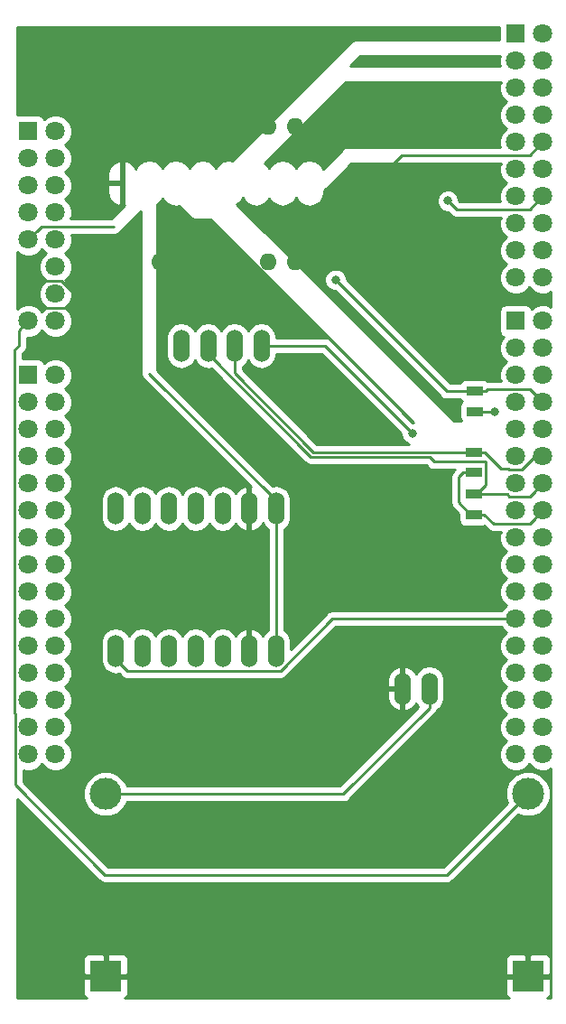
<source format=gbr>
G04 #@! TF.GenerationSoftware,KiCad,Pcbnew,(5.0.0-rc2-dev-406-g05dae9627)*
G04 #@! TF.CreationDate,2018-06-28T11:49:25+02:00*
G04 #@! TF.ProjectId,Nucleo-F746,4E75636C656F2D463734362E6B696361,rev?*
G04 #@! TF.SameCoordinates,Original*
G04 #@! TF.FileFunction,Copper,L1,Top,Signal*
G04 #@! TF.FilePolarity,Positive*
%FSLAX46Y46*%
G04 Gerber Fmt 4.6, Leading zero omitted, Abs format (unit mm)*
G04 Created by KiCad (PCBNEW (5.0.0-rc2-dev-406-g05dae9627)) date 06/28/18 11:49:25*
%MOMM*%
%LPD*%
G01*
G04 APERTURE LIST*
%ADD10R,1.600000X1.600000*%
%ADD11O,1.600000X1.600000*%
%ADD12C,0.700000*%
%ADD13R,1.500000X0.970000*%
%ADD14O,1.524000X3.048000*%
%ADD15R,3.000000X3.000000*%
%ADD16C,3.000000*%
%ADD17R,1.800000X1.800000*%
%ADD18C,1.800000*%
%ADD19C,0.800000*%
%ADD20C,0.250000*%
%ADD21C,0.254000*%
G04 APERTURE END LIST*
D10*
X135800000Y-67500000D03*
D11*
X118020000Y-80200000D03*
X133260000Y-67500000D03*
X120560000Y-80200000D03*
X130720000Y-67500000D03*
X123100000Y-80200000D03*
X128180000Y-67500000D03*
X125640000Y-80200000D03*
X125640000Y-67500000D03*
X128180000Y-80200000D03*
X123100000Y-67500000D03*
X130720000Y-80200000D03*
X120560000Y-67500000D03*
X133260000Y-80200000D03*
X118020000Y-67500000D03*
X135800000Y-80200000D03*
D12*
X119000000Y-64600000D03*
X130700000Y-60300000D03*
X126600000Y-60500000D03*
X118500000Y-60500000D03*
X111800000Y-60500000D03*
X115800000Y-93600000D03*
X117300000Y-109600000D03*
X143300000Y-107100000D03*
X136800000Y-101800000D03*
X139900000Y-101800000D03*
X149700000Y-122300000D03*
X146100000Y-130400000D03*
X137700000Y-119800000D03*
X118500000Y-121700000D03*
X129000000Y-121900000D03*
X134000000Y-125900000D03*
X122300000Y-125900000D03*
X119300000Y-134400000D03*
X126400000Y-134800000D03*
X132400000Y-135100000D03*
X141300000Y-145600000D03*
X136800000Y-145700000D03*
X131300000Y-145700000D03*
X127800000Y-145700000D03*
X114300000Y-86200000D03*
X146200000Y-61450000D03*
X144300000Y-66750000D03*
X125650000Y-80850000D03*
X138250000Y-94150000D03*
D13*
X150050000Y-98045000D03*
X150050000Y-99955000D03*
X150000000Y-103905000D03*
X150000000Y-101995000D03*
D14*
X131468400Y-103340000D03*
X126464600Y-103340000D03*
X123950000Y-103340000D03*
X121435400Y-103340000D03*
X128953800Y-103340000D03*
X118946200Y-103340000D03*
X116431600Y-103340000D03*
X122590800Y-88090000D03*
X125105400Y-88090000D03*
X127594600Y-88090000D03*
X130109200Y-88090000D03*
X116431600Y-116690000D03*
X118946200Y-116690000D03*
X128953800Y-116690000D03*
X121435400Y-116690000D03*
X123950000Y-116690000D03*
X126464600Y-116690000D03*
X131468400Y-116690000D03*
X143344600Y-120240000D03*
X145859200Y-120240000D03*
D15*
X115500000Y-147200000D03*
X155100000Y-147200000D03*
D16*
X115500000Y-130100000D03*
X155100000Y-130100000D03*
D17*
X108251100Y-67983600D03*
D18*
X108251100Y-70523600D03*
X108251100Y-73063600D03*
X108251100Y-75603600D03*
X108251100Y-78143600D03*
X108251100Y-80683600D03*
X108251100Y-83223600D03*
X108251100Y-85763600D03*
X110791100Y-67983600D03*
X110791100Y-70523600D03*
X110791100Y-73063600D03*
X110791100Y-75603600D03*
X110791100Y-78143600D03*
X110791100Y-80683600D03*
X110791100Y-83223600D03*
X110791100Y-85763600D03*
D17*
X108251100Y-90843600D03*
D18*
X108251100Y-93383600D03*
X108251100Y-95923600D03*
X108251100Y-98463600D03*
X108251100Y-101003600D03*
X108251100Y-103543600D03*
X108251100Y-106083600D03*
X108251100Y-108623600D03*
X108251100Y-111163600D03*
X108251100Y-113703600D03*
X108251100Y-116243600D03*
X108251100Y-118783600D03*
X108251100Y-121323600D03*
X108251100Y-123863600D03*
X108251100Y-126403600D03*
X110791100Y-90843600D03*
X110791100Y-93383600D03*
X110791100Y-95923600D03*
X110791100Y-98463600D03*
X110791100Y-101003600D03*
X110791100Y-103543600D03*
X110791100Y-106083600D03*
X110791100Y-108623600D03*
X110791100Y-111163600D03*
X110791100Y-113703600D03*
X110791100Y-116243600D03*
X110791100Y-118783600D03*
X110791100Y-121323600D03*
X110791100Y-123863600D03*
X110791100Y-126403600D03*
D17*
X153971100Y-85763600D03*
D18*
X153971100Y-88303600D03*
X153971100Y-90843600D03*
X153971100Y-93383600D03*
X153971100Y-95923600D03*
X153971100Y-98463600D03*
X153971100Y-101003600D03*
X153971100Y-103543600D03*
X153971100Y-106083600D03*
X153971100Y-108623600D03*
X153971100Y-111163600D03*
X153971100Y-113703600D03*
X153971100Y-116243600D03*
X153971100Y-118783600D03*
X153971100Y-121323600D03*
X153971100Y-123863600D03*
X153971100Y-126403600D03*
X156511100Y-85763600D03*
X156511100Y-88303600D03*
X156511100Y-90843600D03*
X156511100Y-93383600D03*
X156511100Y-95923600D03*
X156511100Y-98463600D03*
X156511100Y-101003600D03*
X156511100Y-103543600D03*
X156511100Y-106083600D03*
X156511100Y-108623600D03*
X156511100Y-111163600D03*
X156511100Y-113703600D03*
X156511100Y-116243600D03*
X156511100Y-118783600D03*
X156511100Y-121323600D03*
X156511100Y-123863600D03*
X156511100Y-126403600D03*
D17*
X153971100Y-58839600D03*
D18*
X153971100Y-61379600D03*
X153971100Y-63919600D03*
X153971100Y-66459600D03*
X153971100Y-68999600D03*
X153971100Y-71539600D03*
X153971100Y-74079600D03*
X153971100Y-76619600D03*
X153971100Y-79159600D03*
X153971100Y-81699600D03*
X156511100Y-58839600D03*
X156511100Y-61379600D03*
X156511100Y-63919600D03*
X156511100Y-66459600D03*
X156511100Y-68999600D03*
X156511100Y-71539600D03*
X156511100Y-74079600D03*
X156511100Y-76619600D03*
X156511100Y-79159600D03*
X156511100Y-81699600D03*
D12*
X148450000Y-85250000D03*
D13*
X150100000Y-94255000D03*
X150100000Y-92345000D03*
D19*
X152000000Y-94300000D03*
X144250000Y-96300000D03*
X147594135Y-74494135D03*
X137050000Y-81900000D03*
D20*
X134995000Y-98045000D02*
X127594600Y-90644600D01*
X150050000Y-98045000D02*
X134995000Y-98045000D01*
X127594600Y-90644600D02*
X127594600Y-88090000D01*
X152605000Y-99600000D02*
X151050000Y-98045000D01*
X153294498Y-99600000D02*
X152605000Y-99600000D01*
X153383099Y-99688601D02*
X153294498Y-99600000D01*
X154559101Y-99688601D02*
X153383099Y-99688601D01*
X156511100Y-98463600D02*
X155784102Y-98463600D01*
X155784102Y-98463600D02*
X154559101Y-99688601D01*
X151050000Y-98045000D02*
X150050000Y-98045000D01*
X152000000Y-94300000D02*
X150145000Y-94300000D01*
X150145000Y-94300000D02*
X150100000Y-94255000D01*
X136040000Y-88090000D02*
X144250000Y-96300000D01*
X130109200Y-88090000D02*
X136040000Y-88090000D01*
X149050000Y-99955000D02*
X148600000Y-100405000D01*
X150050000Y-99955000D02*
X149050000Y-99955000D01*
X148600000Y-100405000D02*
X148600000Y-102770000D01*
X148600000Y-102770000D02*
X149735000Y-103905000D01*
X149735000Y-103905000D02*
X150000000Y-103905000D01*
X150000000Y-103905000D02*
X151000000Y-103905000D01*
X151000000Y-103905000D02*
X151863601Y-104768601D01*
X151863601Y-104768601D02*
X155286099Y-104768601D01*
X155286099Y-104768601D02*
X155611101Y-104443599D01*
X155611101Y-104443599D02*
X156511100Y-103543600D01*
X145849998Y-98500000D02*
X134753400Y-98500000D01*
X151125001Y-101134999D02*
X151125001Y-98950000D01*
X146299998Y-98950000D02*
X145849998Y-98500000D01*
X150265000Y-101995000D02*
X151125001Y-101134999D01*
X151125001Y-98950000D02*
X146299998Y-98950000D01*
X150000000Y-101995000D02*
X150265000Y-101995000D01*
X134753400Y-98500000D02*
X125105400Y-88852000D01*
X125105400Y-88852000D02*
X125105400Y-88090000D01*
X150000000Y-101995000D02*
X153149498Y-101995000D01*
X153149498Y-101995000D02*
X153383099Y-102228601D01*
X153383099Y-102228601D02*
X155286099Y-102228601D01*
X155286099Y-102228601D02*
X155611101Y-101903599D01*
X155611101Y-101903599D02*
X156511100Y-101003600D01*
X134059999Y-79400001D02*
X133260000Y-80200000D01*
X143235399Y-70224601D02*
X134059999Y-79400001D01*
X155286099Y-70224601D02*
X143235399Y-70224601D01*
X156511100Y-68999600D02*
X155286099Y-70224601D01*
X116282001Y-76918599D02*
X109476101Y-76918599D01*
X109476101Y-76918599D02*
X109151099Y-77243601D01*
X109151099Y-77243601D02*
X108251100Y-78143600D01*
X131468400Y-102578000D02*
X119588600Y-90698200D01*
X131468400Y-103340000D02*
X131468400Y-102578000D01*
X131468400Y-103340000D02*
X131468400Y-105114000D01*
X131468400Y-105114000D02*
X131468400Y-116690000D01*
X108251100Y-80683600D02*
X109566099Y-81998599D01*
X109566099Y-81998599D02*
X111379101Y-81998599D01*
X111379101Y-81998599D02*
X114300000Y-84919498D01*
X114300000Y-84919498D02*
X114300000Y-85705026D01*
X114300000Y-85705026D02*
X114300000Y-86200000D01*
X108251100Y-83223600D02*
X109566099Y-84538599D01*
X109566099Y-84538599D02*
X112638599Y-84538599D01*
X112638599Y-84538599D02*
X113950001Y-85850001D01*
X113950001Y-85850001D02*
X114300000Y-86200000D01*
X156511100Y-74079600D02*
X155286099Y-75304601D01*
X155286099Y-75304601D02*
X148404601Y-75304601D01*
X148404601Y-75304601D02*
X147994134Y-74894134D01*
X147994134Y-74894134D02*
X147594135Y-74494135D01*
X150100000Y-92345000D02*
X147495000Y-92345000D01*
X147495000Y-92345000D02*
X147308599Y-92158599D01*
X155286099Y-92158599D02*
X151286401Y-92158599D01*
X151286401Y-92158599D02*
X151100000Y-92345000D01*
X151100000Y-92345000D02*
X150100000Y-92345000D01*
X156511100Y-93383600D02*
X155286099Y-92158599D01*
X147308599Y-92158599D02*
X137050000Y-81900000D01*
X153971100Y-113703600D02*
X136754064Y-113703600D01*
X136754064Y-113703600D02*
X131918654Y-118539010D01*
X131918654Y-118539010D02*
X117518610Y-118539010D01*
X117518610Y-118539010D02*
X116431600Y-117452000D01*
X116431600Y-117452000D02*
X116431600Y-116690000D01*
X145859200Y-120240000D02*
X145859200Y-122014000D01*
X145859200Y-122014000D02*
X137773200Y-130100000D01*
X137773200Y-130100000D02*
X117621320Y-130100000D01*
X117621320Y-130100000D02*
X115500000Y-130100000D01*
X107026099Y-122576099D02*
X107026099Y-129276099D01*
X106979010Y-122529010D02*
X107026099Y-122576099D01*
X106979010Y-88470990D02*
X106979010Y-122529010D01*
X107026099Y-129276099D02*
X115450000Y-137700000D01*
X107351101Y-88098899D02*
X106979010Y-88470990D01*
X108251100Y-85763600D02*
X107351101Y-86663599D01*
X107351101Y-86663599D02*
X107351101Y-88098899D01*
X115450000Y-137700000D02*
X147500000Y-137700000D01*
X147500000Y-137700000D02*
X155100000Y-130100000D01*
D21*
G36*
X118828600Y-90623353D02*
X118813712Y-90698200D01*
X118828600Y-90773047D01*
X118828600Y-90773051D01*
X118872696Y-90994736D01*
X119040671Y-91246129D01*
X119104130Y-91288531D01*
X129132543Y-101316945D01*
X129080800Y-101346280D01*
X129080800Y-103213000D01*
X129100800Y-103213000D01*
X129100800Y-103467000D01*
X129080800Y-103467000D01*
X129080800Y-105333720D01*
X129296870Y-105456220D01*
X129371077Y-105441260D01*
X129851826Y-105179630D01*
X130195859Y-104753941D01*
X130204438Y-104724877D01*
X130461221Y-105109180D01*
X130708400Y-105274340D01*
X130708401Y-114755660D01*
X130461220Y-114920821D01*
X130204438Y-115305123D01*
X130195859Y-115276059D01*
X129851826Y-114850370D01*
X129371077Y-114588740D01*
X129296870Y-114573780D01*
X129080800Y-114696280D01*
X129080800Y-116563000D01*
X129100800Y-116563000D01*
X129100800Y-116817000D01*
X129080800Y-116817000D01*
X129080800Y-116837000D01*
X128826800Y-116837000D01*
X128826800Y-116817000D01*
X128806800Y-116817000D01*
X128806800Y-116563000D01*
X128826800Y-116563000D01*
X128826800Y-114696280D01*
X128610730Y-114573780D01*
X128536523Y-114588740D01*
X128055774Y-114850370D01*
X127711741Y-115276059D01*
X127710945Y-115278756D01*
X127471779Y-114920820D01*
X127009681Y-114612056D01*
X126464600Y-114503632D01*
X125919518Y-114612056D01*
X125457420Y-114920821D01*
X125207300Y-115295152D01*
X124957179Y-114920820D01*
X124495081Y-114612056D01*
X123950000Y-114503632D01*
X123404918Y-114612056D01*
X122942820Y-114920821D01*
X122692700Y-115295152D01*
X122442579Y-114920820D01*
X121980481Y-114612056D01*
X121435400Y-114503632D01*
X120890318Y-114612056D01*
X120428220Y-114920821D01*
X120190800Y-115276145D01*
X119953379Y-114920820D01*
X119491281Y-114612056D01*
X118946200Y-114503632D01*
X118401118Y-114612056D01*
X117939020Y-114920821D01*
X117688900Y-115295152D01*
X117438779Y-114920820D01*
X116976681Y-114612056D01*
X116431600Y-114503632D01*
X115886518Y-114612056D01*
X115424420Y-114920821D01*
X115115656Y-115382919D01*
X115034600Y-115790413D01*
X115034600Y-117589588D01*
X115115657Y-117997082D01*
X115424421Y-118459180D01*
X115886519Y-118767944D01*
X116431600Y-118876368D01*
X116723169Y-118818371D01*
X116928281Y-119023483D01*
X116970681Y-119086939D01*
X117222073Y-119254914D01*
X117443758Y-119299010D01*
X117443762Y-119299010D01*
X117518609Y-119313898D01*
X117593456Y-119299010D01*
X131843807Y-119299010D01*
X131918654Y-119313898D01*
X131993501Y-119299010D01*
X131993506Y-119299010D01*
X132215191Y-119254914D01*
X132466583Y-119086939D01*
X132508985Y-119023480D01*
X137068867Y-114463600D01*
X152624431Y-114463600D01*
X152669790Y-114573107D01*
X153070283Y-114973600D01*
X152669790Y-115374093D01*
X152436100Y-115938270D01*
X152436100Y-116548930D01*
X152669790Y-117113107D01*
X153070283Y-117513600D01*
X152669790Y-117914093D01*
X152436100Y-118478270D01*
X152436100Y-119088930D01*
X152669790Y-119653107D01*
X153070283Y-120053600D01*
X152669790Y-120454093D01*
X152436100Y-121018270D01*
X152436100Y-121628930D01*
X152669790Y-122193107D01*
X153070283Y-122593600D01*
X152669790Y-122994093D01*
X152436100Y-123558270D01*
X152436100Y-124168930D01*
X152669790Y-124733107D01*
X153070283Y-125133600D01*
X152669790Y-125534093D01*
X152436100Y-126098270D01*
X152436100Y-126708930D01*
X152669790Y-127273107D01*
X153101593Y-127704910D01*
X153665770Y-127938600D01*
X154276430Y-127938600D01*
X154840607Y-127704910D01*
X155241100Y-127304417D01*
X155641593Y-127704910D01*
X156205770Y-127938600D01*
X156816430Y-127938600D01*
X157265000Y-127752796D01*
X157265000Y-149265000D01*
X156895304Y-149265000D01*
X156959698Y-149238327D01*
X157138327Y-149059699D01*
X157235000Y-148826310D01*
X157235000Y-147485750D01*
X157076250Y-147327000D01*
X155227000Y-147327000D01*
X155227000Y-147347000D01*
X154973000Y-147347000D01*
X154973000Y-147327000D01*
X153123750Y-147327000D01*
X152965000Y-147485750D01*
X152965000Y-148826310D01*
X153061673Y-149059699D01*
X153240302Y-149238327D01*
X153304696Y-149265000D01*
X117295304Y-149265000D01*
X117359698Y-149238327D01*
X117538327Y-149059699D01*
X117635000Y-148826310D01*
X117635000Y-147485750D01*
X117476250Y-147327000D01*
X115627000Y-147327000D01*
X115627000Y-147347000D01*
X115373000Y-147347000D01*
X115373000Y-147327000D01*
X113523750Y-147327000D01*
X113365000Y-147485750D01*
X113365000Y-148826310D01*
X113461673Y-149059699D01*
X113640302Y-149238327D01*
X113704696Y-149265000D01*
X107235000Y-149265000D01*
X107235000Y-145573690D01*
X113365000Y-145573690D01*
X113365000Y-146914250D01*
X113523750Y-147073000D01*
X115373000Y-147073000D01*
X115373000Y-145223750D01*
X115627000Y-145223750D01*
X115627000Y-147073000D01*
X117476250Y-147073000D01*
X117635000Y-146914250D01*
X117635000Y-145573690D01*
X152965000Y-145573690D01*
X152965000Y-146914250D01*
X153123750Y-147073000D01*
X154973000Y-147073000D01*
X154973000Y-145223750D01*
X155227000Y-145223750D01*
X155227000Y-147073000D01*
X157076250Y-147073000D01*
X157235000Y-146914250D01*
X157235000Y-145573690D01*
X157138327Y-145340301D01*
X156959698Y-145161673D01*
X156726309Y-145065000D01*
X155385750Y-145065000D01*
X155227000Y-145223750D01*
X154973000Y-145223750D01*
X154814250Y-145065000D01*
X153473691Y-145065000D01*
X153240302Y-145161673D01*
X153061673Y-145340301D01*
X152965000Y-145573690D01*
X117635000Y-145573690D01*
X117538327Y-145340301D01*
X117359698Y-145161673D01*
X117126309Y-145065000D01*
X115785750Y-145065000D01*
X115627000Y-145223750D01*
X115373000Y-145223750D01*
X115214250Y-145065000D01*
X113873691Y-145065000D01*
X113640302Y-145161673D01*
X113461673Y-145340301D01*
X113365000Y-145573690D01*
X107235000Y-145573690D01*
X107235000Y-130559801D01*
X114859671Y-138184473D01*
X114902071Y-138247929D01*
X115153463Y-138415904D01*
X115375148Y-138460000D01*
X115375152Y-138460000D01*
X115449999Y-138474888D01*
X115524846Y-138460000D01*
X147425153Y-138460000D01*
X147500000Y-138474888D01*
X147574847Y-138460000D01*
X147574852Y-138460000D01*
X147796537Y-138415904D01*
X148047929Y-138247929D01*
X148090331Y-138184470D01*
X154225941Y-132048861D01*
X154675322Y-132235000D01*
X155524678Y-132235000D01*
X156309380Y-131909966D01*
X156909966Y-131309380D01*
X157235000Y-130524678D01*
X157235000Y-129675322D01*
X156909966Y-128890620D01*
X156309380Y-128290034D01*
X155524678Y-127965000D01*
X154675322Y-127965000D01*
X153890620Y-128290034D01*
X153290034Y-128890620D01*
X152965000Y-129675322D01*
X152965000Y-130524678D01*
X153151139Y-130974059D01*
X147185199Y-136940000D01*
X115764802Y-136940000D01*
X108500124Y-129675322D01*
X113365000Y-129675322D01*
X113365000Y-130524678D01*
X113690034Y-131309380D01*
X114290620Y-131909966D01*
X115075322Y-132235000D01*
X115924678Y-132235000D01*
X116709380Y-131909966D01*
X117309966Y-131309380D01*
X117496105Y-130860000D01*
X137698353Y-130860000D01*
X137773200Y-130874888D01*
X137848047Y-130860000D01*
X137848052Y-130860000D01*
X138069737Y-130815904D01*
X138321129Y-130647929D01*
X138363531Y-130584470D01*
X146343673Y-122604329D01*
X146407129Y-122561929D01*
X146575104Y-122310537D01*
X146599589Y-122187444D01*
X146866380Y-122009180D01*
X147175144Y-121547082D01*
X147256200Y-121139588D01*
X147256200Y-119340412D01*
X147175144Y-118932918D01*
X146866379Y-118470820D01*
X146404281Y-118162056D01*
X145859200Y-118053632D01*
X145314118Y-118162056D01*
X144852020Y-118470821D01*
X144595238Y-118855123D01*
X144586659Y-118826059D01*
X144242626Y-118400370D01*
X143761877Y-118138740D01*
X143687670Y-118123780D01*
X143471600Y-118246280D01*
X143471600Y-120113000D01*
X143491600Y-120113000D01*
X143491600Y-120367000D01*
X143471600Y-120367000D01*
X143471600Y-122233720D01*
X143687670Y-122356220D01*
X143761877Y-122341260D01*
X144242626Y-122079630D01*
X144586659Y-121653941D01*
X144595238Y-121624877D01*
X144826866Y-121971532D01*
X137458399Y-129340000D01*
X117496105Y-129340000D01*
X117309966Y-128890620D01*
X116709380Y-128290034D01*
X115924678Y-127965000D01*
X115075322Y-127965000D01*
X114290620Y-128290034D01*
X113690034Y-128890620D01*
X113365000Y-129675322D01*
X108500124Y-129675322D01*
X107786099Y-128961298D01*
X107786099Y-127872462D01*
X107945770Y-127938600D01*
X108556430Y-127938600D01*
X109120607Y-127704910D01*
X109521100Y-127304417D01*
X109921593Y-127704910D01*
X110485770Y-127938600D01*
X111096430Y-127938600D01*
X111660607Y-127704910D01*
X112092410Y-127273107D01*
X112326100Y-126708930D01*
X112326100Y-126098270D01*
X112092410Y-125534093D01*
X111691917Y-125133600D01*
X112092410Y-124733107D01*
X112326100Y-124168930D01*
X112326100Y-123558270D01*
X112092410Y-122994093D01*
X111691917Y-122593600D01*
X112092410Y-122193107D01*
X112326100Y-121628930D01*
X112326100Y-121018270D01*
X112092410Y-120454093D01*
X112005317Y-120367000D01*
X141947600Y-120367000D01*
X141947600Y-121129000D01*
X142102541Y-121653941D01*
X142446574Y-122079630D01*
X142927323Y-122341260D01*
X143001530Y-122356220D01*
X143217600Y-122233720D01*
X143217600Y-120367000D01*
X141947600Y-120367000D01*
X112005317Y-120367000D01*
X111691917Y-120053600D01*
X112092410Y-119653107D01*
X112217546Y-119351000D01*
X141947600Y-119351000D01*
X141947600Y-120113000D01*
X143217600Y-120113000D01*
X143217600Y-118246280D01*
X143001530Y-118123780D01*
X142927323Y-118138740D01*
X142446574Y-118400370D01*
X142102541Y-118826059D01*
X141947600Y-119351000D01*
X112217546Y-119351000D01*
X112326100Y-119088930D01*
X112326100Y-118478270D01*
X112092410Y-117914093D01*
X111691917Y-117513600D01*
X112092410Y-117113107D01*
X112326100Y-116548930D01*
X112326100Y-115938270D01*
X112092410Y-115374093D01*
X111691917Y-114973600D01*
X112092410Y-114573107D01*
X112326100Y-114008930D01*
X112326100Y-113398270D01*
X112092410Y-112834093D01*
X111691917Y-112433600D01*
X112092410Y-112033107D01*
X112326100Y-111468930D01*
X112326100Y-110858270D01*
X112092410Y-110294093D01*
X111691917Y-109893600D01*
X112092410Y-109493107D01*
X112326100Y-108928930D01*
X112326100Y-108318270D01*
X112092410Y-107754093D01*
X111691917Y-107353600D01*
X112092410Y-106953107D01*
X112326100Y-106388930D01*
X112326100Y-105778270D01*
X112092410Y-105214093D01*
X111691917Y-104813600D01*
X112092410Y-104413107D01*
X112326100Y-103848930D01*
X112326100Y-103238270D01*
X112092410Y-102674093D01*
X111858730Y-102440413D01*
X115034600Y-102440413D01*
X115034600Y-104239588D01*
X115115657Y-104647082D01*
X115424421Y-105109180D01*
X115886519Y-105417944D01*
X116431600Y-105526368D01*
X116976682Y-105417944D01*
X117438780Y-105109180D01*
X117688901Y-104734848D01*
X117939021Y-105109180D01*
X118401119Y-105417944D01*
X118946200Y-105526368D01*
X119491282Y-105417944D01*
X119953380Y-105109180D01*
X120190801Y-104753855D01*
X120428221Y-105109180D01*
X120890319Y-105417944D01*
X121435400Y-105526368D01*
X121980482Y-105417944D01*
X122442580Y-105109180D01*
X122692701Y-104734848D01*
X122942821Y-105109180D01*
X123404919Y-105417944D01*
X123950000Y-105526368D01*
X124495082Y-105417944D01*
X124957180Y-105109180D01*
X125207301Y-104734848D01*
X125457421Y-105109180D01*
X125919519Y-105417944D01*
X126464600Y-105526368D01*
X127009682Y-105417944D01*
X127471780Y-105109180D01*
X127710945Y-104751244D01*
X127711741Y-104753941D01*
X128055774Y-105179630D01*
X128536523Y-105441260D01*
X128610730Y-105456220D01*
X128826800Y-105333720D01*
X128826800Y-103467000D01*
X128806800Y-103467000D01*
X128806800Y-103213000D01*
X128826800Y-103213000D01*
X128826800Y-101346280D01*
X128610730Y-101223780D01*
X128536523Y-101238740D01*
X128055774Y-101500370D01*
X127711741Y-101926059D01*
X127710945Y-101928756D01*
X127471779Y-101570820D01*
X127009681Y-101262056D01*
X126464600Y-101153632D01*
X125919518Y-101262056D01*
X125457420Y-101570821D01*
X125207300Y-101945152D01*
X124957179Y-101570820D01*
X124495081Y-101262056D01*
X123950000Y-101153632D01*
X123404918Y-101262056D01*
X122942820Y-101570821D01*
X122692700Y-101945152D01*
X122442579Y-101570820D01*
X121980481Y-101262056D01*
X121435400Y-101153632D01*
X120890318Y-101262056D01*
X120428220Y-101570821D01*
X120190800Y-101926145D01*
X119953379Y-101570820D01*
X119491281Y-101262056D01*
X118946200Y-101153632D01*
X118401118Y-101262056D01*
X117939020Y-101570821D01*
X117688900Y-101945152D01*
X117438779Y-101570820D01*
X116976681Y-101262056D01*
X116431600Y-101153632D01*
X115886518Y-101262056D01*
X115424420Y-101570821D01*
X115115656Y-102032919D01*
X115034600Y-102440413D01*
X111858730Y-102440413D01*
X111691917Y-102273600D01*
X112092410Y-101873107D01*
X112326100Y-101308930D01*
X112326100Y-100698270D01*
X112092410Y-100134093D01*
X111691917Y-99733600D01*
X112092410Y-99333107D01*
X112326100Y-98768930D01*
X112326100Y-98158270D01*
X112092410Y-97594093D01*
X111691917Y-97193600D01*
X112092410Y-96793107D01*
X112326100Y-96228930D01*
X112326100Y-95618270D01*
X112092410Y-95054093D01*
X111691917Y-94653600D01*
X112092410Y-94253107D01*
X112326100Y-93688930D01*
X112326100Y-93078270D01*
X112092410Y-92514093D01*
X111691917Y-92113600D01*
X112092410Y-91713107D01*
X112326100Y-91148930D01*
X112326100Y-90538270D01*
X112092410Y-89974093D01*
X111660607Y-89542290D01*
X111096430Y-89308600D01*
X110485770Y-89308600D01*
X109921593Y-89542290D01*
X109752375Y-89711508D01*
X109749257Y-89695835D01*
X109608909Y-89485791D01*
X109398865Y-89345443D01*
X109151100Y-89296160D01*
X107739010Y-89296160D01*
X107739010Y-88785791D01*
X107835571Y-88689230D01*
X107899030Y-88646828D01*
X108067005Y-88395436D01*
X108111101Y-88173751D01*
X108111101Y-88173747D01*
X108125989Y-88098900D01*
X108111101Y-88024053D01*
X108111101Y-87298600D01*
X108556430Y-87298600D01*
X109120607Y-87064910D01*
X109521100Y-86664417D01*
X109921593Y-87064910D01*
X110485770Y-87298600D01*
X111096430Y-87298600D01*
X111660607Y-87064910D01*
X112092410Y-86633107D01*
X112326100Y-86068930D01*
X112326100Y-85458270D01*
X112092410Y-84894093D01*
X111691917Y-84493600D01*
X112092410Y-84093107D01*
X112326100Y-83528930D01*
X112326100Y-82918270D01*
X112092410Y-82354093D01*
X111691917Y-81953600D01*
X112092410Y-81553107D01*
X112326100Y-80988930D01*
X112326100Y-80378270D01*
X112092410Y-79814093D01*
X111691917Y-79413600D01*
X112092410Y-79013107D01*
X112326100Y-78448930D01*
X112326100Y-77838270D01*
X112259962Y-77678599D01*
X116207154Y-77678599D01*
X116282001Y-77693487D01*
X116356848Y-77678599D01*
X116356853Y-77678599D01*
X116578538Y-77634503D01*
X116829930Y-77466528D01*
X116872332Y-77403069D01*
X118828601Y-75446801D01*
X118828600Y-90623353D01*
X118828600Y-90623353D01*
G37*
X118828600Y-90623353D02*
X118813712Y-90698200D01*
X118828600Y-90773047D01*
X118828600Y-90773051D01*
X118872696Y-90994736D01*
X119040671Y-91246129D01*
X119104130Y-91288531D01*
X129132543Y-101316945D01*
X129080800Y-101346280D01*
X129080800Y-103213000D01*
X129100800Y-103213000D01*
X129100800Y-103467000D01*
X129080800Y-103467000D01*
X129080800Y-105333720D01*
X129296870Y-105456220D01*
X129371077Y-105441260D01*
X129851826Y-105179630D01*
X130195859Y-104753941D01*
X130204438Y-104724877D01*
X130461221Y-105109180D01*
X130708400Y-105274340D01*
X130708401Y-114755660D01*
X130461220Y-114920821D01*
X130204438Y-115305123D01*
X130195859Y-115276059D01*
X129851826Y-114850370D01*
X129371077Y-114588740D01*
X129296870Y-114573780D01*
X129080800Y-114696280D01*
X129080800Y-116563000D01*
X129100800Y-116563000D01*
X129100800Y-116817000D01*
X129080800Y-116817000D01*
X129080800Y-116837000D01*
X128826800Y-116837000D01*
X128826800Y-116817000D01*
X128806800Y-116817000D01*
X128806800Y-116563000D01*
X128826800Y-116563000D01*
X128826800Y-114696280D01*
X128610730Y-114573780D01*
X128536523Y-114588740D01*
X128055774Y-114850370D01*
X127711741Y-115276059D01*
X127710945Y-115278756D01*
X127471779Y-114920820D01*
X127009681Y-114612056D01*
X126464600Y-114503632D01*
X125919518Y-114612056D01*
X125457420Y-114920821D01*
X125207300Y-115295152D01*
X124957179Y-114920820D01*
X124495081Y-114612056D01*
X123950000Y-114503632D01*
X123404918Y-114612056D01*
X122942820Y-114920821D01*
X122692700Y-115295152D01*
X122442579Y-114920820D01*
X121980481Y-114612056D01*
X121435400Y-114503632D01*
X120890318Y-114612056D01*
X120428220Y-114920821D01*
X120190800Y-115276145D01*
X119953379Y-114920820D01*
X119491281Y-114612056D01*
X118946200Y-114503632D01*
X118401118Y-114612056D01*
X117939020Y-114920821D01*
X117688900Y-115295152D01*
X117438779Y-114920820D01*
X116976681Y-114612056D01*
X116431600Y-114503632D01*
X115886518Y-114612056D01*
X115424420Y-114920821D01*
X115115656Y-115382919D01*
X115034600Y-115790413D01*
X115034600Y-117589588D01*
X115115657Y-117997082D01*
X115424421Y-118459180D01*
X115886519Y-118767944D01*
X116431600Y-118876368D01*
X116723169Y-118818371D01*
X116928281Y-119023483D01*
X116970681Y-119086939D01*
X117222073Y-119254914D01*
X117443758Y-119299010D01*
X117443762Y-119299010D01*
X117518609Y-119313898D01*
X117593456Y-119299010D01*
X131843807Y-119299010D01*
X131918654Y-119313898D01*
X131993501Y-119299010D01*
X131993506Y-119299010D01*
X132215191Y-119254914D01*
X132466583Y-119086939D01*
X132508985Y-119023480D01*
X137068867Y-114463600D01*
X152624431Y-114463600D01*
X152669790Y-114573107D01*
X153070283Y-114973600D01*
X152669790Y-115374093D01*
X152436100Y-115938270D01*
X152436100Y-116548930D01*
X152669790Y-117113107D01*
X153070283Y-117513600D01*
X152669790Y-117914093D01*
X152436100Y-118478270D01*
X152436100Y-119088930D01*
X152669790Y-119653107D01*
X153070283Y-120053600D01*
X152669790Y-120454093D01*
X152436100Y-121018270D01*
X152436100Y-121628930D01*
X152669790Y-122193107D01*
X153070283Y-122593600D01*
X152669790Y-122994093D01*
X152436100Y-123558270D01*
X152436100Y-124168930D01*
X152669790Y-124733107D01*
X153070283Y-125133600D01*
X152669790Y-125534093D01*
X152436100Y-126098270D01*
X152436100Y-126708930D01*
X152669790Y-127273107D01*
X153101593Y-127704910D01*
X153665770Y-127938600D01*
X154276430Y-127938600D01*
X154840607Y-127704910D01*
X155241100Y-127304417D01*
X155641593Y-127704910D01*
X156205770Y-127938600D01*
X156816430Y-127938600D01*
X157265000Y-127752796D01*
X157265000Y-149265000D01*
X156895304Y-149265000D01*
X156959698Y-149238327D01*
X157138327Y-149059699D01*
X157235000Y-148826310D01*
X157235000Y-147485750D01*
X157076250Y-147327000D01*
X155227000Y-147327000D01*
X155227000Y-147347000D01*
X154973000Y-147347000D01*
X154973000Y-147327000D01*
X153123750Y-147327000D01*
X152965000Y-147485750D01*
X152965000Y-148826310D01*
X153061673Y-149059699D01*
X153240302Y-149238327D01*
X153304696Y-149265000D01*
X117295304Y-149265000D01*
X117359698Y-149238327D01*
X117538327Y-149059699D01*
X117635000Y-148826310D01*
X117635000Y-147485750D01*
X117476250Y-147327000D01*
X115627000Y-147327000D01*
X115627000Y-147347000D01*
X115373000Y-147347000D01*
X115373000Y-147327000D01*
X113523750Y-147327000D01*
X113365000Y-147485750D01*
X113365000Y-148826310D01*
X113461673Y-149059699D01*
X113640302Y-149238327D01*
X113704696Y-149265000D01*
X107235000Y-149265000D01*
X107235000Y-145573690D01*
X113365000Y-145573690D01*
X113365000Y-146914250D01*
X113523750Y-147073000D01*
X115373000Y-147073000D01*
X115373000Y-145223750D01*
X115627000Y-145223750D01*
X115627000Y-147073000D01*
X117476250Y-147073000D01*
X117635000Y-146914250D01*
X117635000Y-145573690D01*
X152965000Y-145573690D01*
X152965000Y-146914250D01*
X153123750Y-147073000D01*
X154973000Y-147073000D01*
X154973000Y-145223750D01*
X155227000Y-145223750D01*
X155227000Y-147073000D01*
X157076250Y-147073000D01*
X157235000Y-146914250D01*
X157235000Y-145573690D01*
X157138327Y-145340301D01*
X156959698Y-145161673D01*
X156726309Y-145065000D01*
X155385750Y-145065000D01*
X155227000Y-145223750D01*
X154973000Y-145223750D01*
X154814250Y-145065000D01*
X153473691Y-145065000D01*
X153240302Y-145161673D01*
X153061673Y-145340301D01*
X152965000Y-145573690D01*
X117635000Y-145573690D01*
X117538327Y-145340301D01*
X117359698Y-145161673D01*
X117126309Y-145065000D01*
X115785750Y-145065000D01*
X115627000Y-145223750D01*
X115373000Y-145223750D01*
X115214250Y-145065000D01*
X113873691Y-145065000D01*
X113640302Y-145161673D01*
X113461673Y-145340301D01*
X113365000Y-145573690D01*
X107235000Y-145573690D01*
X107235000Y-130559801D01*
X114859671Y-138184473D01*
X114902071Y-138247929D01*
X115153463Y-138415904D01*
X115375148Y-138460000D01*
X115375152Y-138460000D01*
X115449999Y-138474888D01*
X115524846Y-138460000D01*
X147425153Y-138460000D01*
X147500000Y-138474888D01*
X147574847Y-138460000D01*
X147574852Y-138460000D01*
X147796537Y-138415904D01*
X148047929Y-138247929D01*
X148090331Y-138184470D01*
X154225941Y-132048861D01*
X154675322Y-132235000D01*
X155524678Y-132235000D01*
X156309380Y-131909966D01*
X156909966Y-131309380D01*
X157235000Y-130524678D01*
X157235000Y-129675322D01*
X156909966Y-128890620D01*
X156309380Y-128290034D01*
X155524678Y-127965000D01*
X154675322Y-127965000D01*
X153890620Y-128290034D01*
X153290034Y-128890620D01*
X152965000Y-129675322D01*
X152965000Y-130524678D01*
X153151139Y-130974059D01*
X147185199Y-136940000D01*
X115764802Y-136940000D01*
X108500124Y-129675322D01*
X113365000Y-129675322D01*
X113365000Y-130524678D01*
X113690034Y-131309380D01*
X114290620Y-131909966D01*
X115075322Y-132235000D01*
X115924678Y-132235000D01*
X116709380Y-131909966D01*
X117309966Y-131309380D01*
X117496105Y-130860000D01*
X137698353Y-130860000D01*
X137773200Y-130874888D01*
X137848047Y-130860000D01*
X137848052Y-130860000D01*
X138069737Y-130815904D01*
X138321129Y-130647929D01*
X138363531Y-130584470D01*
X146343673Y-122604329D01*
X146407129Y-122561929D01*
X146575104Y-122310537D01*
X146599589Y-122187444D01*
X146866380Y-122009180D01*
X147175144Y-121547082D01*
X147256200Y-121139588D01*
X147256200Y-119340412D01*
X147175144Y-118932918D01*
X146866379Y-118470820D01*
X146404281Y-118162056D01*
X145859200Y-118053632D01*
X145314118Y-118162056D01*
X144852020Y-118470821D01*
X144595238Y-118855123D01*
X144586659Y-118826059D01*
X144242626Y-118400370D01*
X143761877Y-118138740D01*
X143687670Y-118123780D01*
X143471600Y-118246280D01*
X143471600Y-120113000D01*
X143491600Y-120113000D01*
X143491600Y-120367000D01*
X143471600Y-120367000D01*
X143471600Y-122233720D01*
X143687670Y-122356220D01*
X143761877Y-122341260D01*
X144242626Y-122079630D01*
X144586659Y-121653941D01*
X144595238Y-121624877D01*
X144826866Y-121971532D01*
X137458399Y-129340000D01*
X117496105Y-129340000D01*
X117309966Y-128890620D01*
X116709380Y-128290034D01*
X115924678Y-127965000D01*
X115075322Y-127965000D01*
X114290620Y-128290034D01*
X113690034Y-128890620D01*
X113365000Y-129675322D01*
X108500124Y-129675322D01*
X107786099Y-128961298D01*
X107786099Y-127872462D01*
X107945770Y-127938600D01*
X108556430Y-127938600D01*
X109120607Y-127704910D01*
X109521100Y-127304417D01*
X109921593Y-127704910D01*
X110485770Y-127938600D01*
X111096430Y-127938600D01*
X111660607Y-127704910D01*
X112092410Y-127273107D01*
X112326100Y-126708930D01*
X112326100Y-126098270D01*
X112092410Y-125534093D01*
X111691917Y-125133600D01*
X112092410Y-124733107D01*
X112326100Y-124168930D01*
X112326100Y-123558270D01*
X112092410Y-122994093D01*
X111691917Y-122593600D01*
X112092410Y-122193107D01*
X112326100Y-121628930D01*
X112326100Y-121018270D01*
X112092410Y-120454093D01*
X112005317Y-120367000D01*
X141947600Y-120367000D01*
X141947600Y-121129000D01*
X142102541Y-121653941D01*
X142446574Y-122079630D01*
X142927323Y-122341260D01*
X143001530Y-122356220D01*
X143217600Y-122233720D01*
X143217600Y-120367000D01*
X141947600Y-120367000D01*
X112005317Y-120367000D01*
X111691917Y-120053600D01*
X112092410Y-119653107D01*
X112217546Y-119351000D01*
X141947600Y-119351000D01*
X141947600Y-120113000D01*
X143217600Y-120113000D01*
X143217600Y-118246280D01*
X143001530Y-118123780D01*
X142927323Y-118138740D01*
X142446574Y-118400370D01*
X142102541Y-118826059D01*
X141947600Y-119351000D01*
X112217546Y-119351000D01*
X112326100Y-119088930D01*
X112326100Y-118478270D01*
X112092410Y-117914093D01*
X111691917Y-117513600D01*
X112092410Y-117113107D01*
X112326100Y-116548930D01*
X112326100Y-115938270D01*
X112092410Y-115374093D01*
X111691917Y-114973600D01*
X112092410Y-114573107D01*
X112326100Y-114008930D01*
X112326100Y-113398270D01*
X112092410Y-112834093D01*
X111691917Y-112433600D01*
X112092410Y-112033107D01*
X112326100Y-111468930D01*
X112326100Y-110858270D01*
X112092410Y-110294093D01*
X111691917Y-109893600D01*
X112092410Y-109493107D01*
X112326100Y-108928930D01*
X112326100Y-108318270D01*
X112092410Y-107754093D01*
X111691917Y-107353600D01*
X112092410Y-106953107D01*
X112326100Y-106388930D01*
X112326100Y-105778270D01*
X112092410Y-105214093D01*
X111691917Y-104813600D01*
X112092410Y-104413107D01*
X112326100Y-103848930D01*
X112326100Y-103238270D01*
X112092410Y-102674093D01*
X111858730Y-102440413D01*
X115034600Y-102440413D01*
X115034600Y-104239588D01*
X115115657Y-104647082D01*
X115424421Y-105109180D01*
X115886519Y-105417944D01*
X116431600Y-105526368D01*
X116976682Y-105417944D01*
X117438780Y-105109180D01*
X117688901Y-104734848D01*
X117939021Y-105109180D01*
X118401119Y-105417944D01*
X118946200Y-105526368D01*
X119491282Y-105417944D01*
X119953380Y-105109180D01*
X120190801Y-104753855D01*
X120428221Y-105109180D01*
X120890319Y-105417944D01*
X121435400Y-105526368D01*
X121980482Y-105417944D01*
X122442580Y-105109180D01*
X122692701Y-104734848D01*
X122942821Y-105109180D01*
X123404919Y-105417944D01*
X123950000Y-105526368D01*
X124495082Y-105417944D01*
X124957180Y-105109180D01*
X125207301Y-104734848D01*
X125457421Y-105109180D01*
X125919519Y-105417944D01*
X126464600Y-105526368D01*
X127009682Y-105417944D01*
X127471780Y-105109180D01*
X127710945Y-104751244D01*
X127711741Y-104753941D01*
X128055774Y-105179630D01*
X128536523Y-105441260D01*
X128610730Y-105456220D01*
X128826800Y-105333720D01*
X128826800Y-103467000D01*
X128806800Y-103467000D01*
X128806800Y-103213000D01*
X128826800Y-103213000D01*
X128826800Y-101346280D01*
X128610730Y-101223780D01*
X128536523Y-101238740D01*
X128055774Y-101500370D01*
X127711741Y-101926059D01*
X127710945Y-101928756D01*
X127471779Y-101570820D01*
X127009681Y-101262056D01*
X126464600Y-101153632D01*
X125919518Y-101262056D01*
X125457420Y-101570821D01*
X125207300Y-101945152D01*
X124957179Y-101570820D01*
X124495081Y-101262056D01*
X123950000Y-101153632D01*
X123404918Y-101262056D01*
X122942820Y-101570821D01*
X122692700Y-101945152D01*
X122442579Y-101570820D01*
X121980481Y-101262056D01*
X121435400Y-101153632D01*
X120890318Y-101262056D01*
X120428220Y-101570821D01*
X120190800Y-101926145D01*
X119953379Y-101570820D01*
X119491281Y-101262056D01*
X118946200Y-101153632D01*
X118401118Y-101262056D01*
X117939020Y-101570821D01*
X117688900Y-101945152D01*
X117438779Y-101570820D01*
X116976681Y-101262056D01*
X116431600Y-101153632D01*
X115886518Y-101262056D01*
X115424420Y-101570821D01*
X115115656Y-102032919D01*
X115034600Y-102440413D01*
X111858730Y-102440413D01*
X111691917Y-102273600D01*
X112092410Y-101873107D01*
X112326100Y-101308930D01*
X112326100Y-100698270D01*
X112092410Y-100134093D01*
X111691917Y-99733600D01*
X112092410Y-99333107D01*
X112326100Y-98768930D01*
X112326100Y-98158270D01*
X112092410Y-97594093D01*
X111691917Y-97193600D01*
X112092410Y-96793107D01*
X112326100Y-96228930D01*
X112326100Y-95618270D01*
X112092410Y-95054093D01*
X111691917Y-94653600D01*
X112092410Y-94253107D01*
X112326100Y-93688930D01*
X112326100Y-93078270D01*
X112092410Y-92514093D01*
X111691917Y-92113600D01*
X112092410Y-91713107D01*
X112326100Y-91148930D01*
X112326100Y-90538270D01*
X112092410Y-89974093D01*
X111660607Y-89542290D01*
X111096430Y-89308600D01*
X110485770Y-89308600D01*
X109921593Y-89542290D01*
X109752375Y-89711508D01*
X109749257Y-89695835D01*
X109608909Y-89485791D01*
X109398865Y-89345443D01*
X109151100Y-89296160D01*
X107739010Y-89296160D01*
X107739010Y-88785791D01*
X107835571Y-88689230D01*
X107899030Y-88646828D01*
X108067005Y-88395436D01*
X108111101Y-88173751D01*
X108111101Y-88173747D01*
X108125989Y-88098900D01*
X108111101Y-88024053D01*
X108111101Y-87298600D01*
X108556430Y-87298600D01*
X109120607Y-87064910D01*
X109521100Y-86664417D01*
X109921593Y-87064910D01*
X110485770Y-87298600D01*
X111096430Y-87298600D01*
X111660607Y-87064910D01*
X112092410Y-86633107D01*
X112326100Y-86068930D01*
X112326100Y-85458270D01*
X112092410Y-84894093D01*
X111691917Y-84493600D01*
X112092410Y-84093107D01*
X112326100Y-83528930D01*
X112326100Y-82918270D01*
X112092410Y-82354093D01*
X111691917Y-81953600D01*
X112092410Y-81553107D01*
X112326100Y-80988930D01*
X112326100Y-80378270D01*
X112092410Y-79814093D01*
X111691917Y-79413600D01*
X112092410Y-79013107D01*
X112326100Y-78448930D01*
X112326100Y-77838270D01*
X112259962Y-77678599D01*
X116207154Y-77678599D01*
X116282001Y-77693487D01*
X116356848Y-77678599D01*
X116356853Y-77678599D01*
X116578538Y-77634503D01*
X116829930Y-77466528D01*
X116872332Y-77403069D01*
X118828601Y-75446801D01*
X118828600Y-90623353D01*
G36*
X121070621Y-74619180D02*
X121532719Y-74927944D01*
X122077800Y-75036368D01*
X122369370Y-74978371D01*
X123325470Y-75934472D01*
X123367871Y-75997929D01*
X123619263Y-76165904D01*
X123840948Y-76210000D01*
X123840952Y-76210000D01*
X123915800Y-76224888D01*
X123990648Y-76210000D01*
X125285199Y-76210000D01*
X144340198Y-95265000D01*
X144289803Y-95265000D01*
X136630331Y-87605530D01*
X136587929Y-87542071D01*
X136336537Y-87374096D01*
X136114852Y-87330000D01*
X136114847Y-87330000D01*
X136040000Y-87315112D01*
X135965153Y-87330000D01*
X131506200Y-87330000D01*
X131506200Y-87190412D01*
X131425144Y-86782918D01*
X131116379Y-86320820D01*
X130654281Y-86012056D01*
X130109200Y-85903632D01*
X129564118Y-86012056D01*
X129102020Y-86320821D01*
X128851900Y-86695152D01*
X128601779Y-86320820D01*
X128139681Y-86012056D01*
X127594600Y-85903632D01*
X127049518Y-86012056D01*
X126587420Y-86320821D01*
X126350000Y-86676145D01*
X126112579Y-86320820D01*
X125650481Y-86012056D01*
X125105400Y-85903632D01*
X124560318Y-86012056D01*
X124098220Y-86320821D01*
X123848100Y-86695152D01*
X123597979Y-86320820D01*
X123135881Y-86012056D01*
X122590800Y-85903632D01*
X122045718Y-86012056D01*
X121583620Y-86320821D01*
X121274856Y-86782919D01*
X121193800Y-87190413D01*
X121193800Y-88989588D01*
X121274857Y-89397082D01*
X121583621Y-89859180D01*
X122045719Y-90167944D01*
X122590800Y-90276368D01*
X123135882Y-90167944D01*
X123597980Y-89859180D01*
X123848100Y-89484848D01*
X124098221Y-89859180D01*
X124560319Y-90167944D01*
X125105400Y-90276368D01*
X125396970Y-90218371D01*
X134163073Y-98984476D01*
X134205471Y-99047929D01*
X134268924Y-99090327D01*
X134268926Y-99090329D01*
X134394302Y-99174102D01*
X134456863Y-99215904D01*
X134678548Y-99260000D01*
X134678552Y-99260000D01*
X134753399Y-99274888D01*
X134828246Y-99260000D01*
X145535197Y-99260000D01*
X145709667Y-99434470D01*
X145752069Y-99497929D01*
X146003461Y-99665904D01*
X146225146Y-99710000D01*
X146225150Y-99710000D01*
X146299997Y-99724888D01*
X146374844Y-99710000D01*
X148220199Y-99710000D01*
X148115530Y-99814669D01*
X148052071Y-99857071D01*
X147884096Y-100108464D01*
X147840000Y-100330149D01*
X147840000Y-100330153D01*
X147825112Y-100405000D01*
X147840000Y-100479847D01*
X147840001Y-102695148D01*
X147825112Y-102770000D01*
X147884097Y-103066537D01*
X148004721Y-103247063D01*
X148052072Y-103317929D01*
X148115527Y-103360329D01*
X148602560Y-103847362D01*
X148602560Y-104390000D01*
X148651843Y-104637765D01*
X148792191Y-104847809D01*
X149002235Y-104988157D01*
X149250000Y-105037440D01*
X150750000Y-105037440D01*
X150997765Y-104988157D01*
X151004113Y-104983915D01*
X151273272Y-105253074D01*
X151315672Y-105316530D01*
X151567064Y-105484505D01*
X151788749Y-105528601D01*
X151788753Y-105528601D01*
X151863600Y-105543489D01*
X151938447Y-105528601D01*
X152539516Y-105528601D01*
X152436100Y-105778270D01*
X152436100Y-106388930D01*
X152669790Y-106953107D01*
X153070283Y-107353600D01*
X152669790Y-107754093D01*
X152436100Y-108318270D01*
X152436100Y-108928930D01*
X152669790Y-109493107D01*
X153070283Y-109893600D01*
X152669790Y-110294093D01*
X152436100Y-110858270D01*
X152436100Y-111468930D01*
X152669790Y-112033107D01*
X153070283Y-112433600D01*
X152669790Y-112834093D01*
X152624431Y-112943600D01*
X136828910Y-112943600D01*
X136754063Y-112928712D01*
X136679216Y-112943600D01*
X136679212Y-112943600D01*
X136457527Y-112987696D01*
X136457525Y-112987697D01*
X136457526Y-112987697D01*
X136269590Y-113113271D01*
X136269588Y-113113273D01*
X136206135Y-113155671D01*
X136163737Y-113219124D01*
X132865400Y-116517462D01*
X132865400Y-115790412D01*
X132784344Y-115382918D01*
X132475579Y-114920820D01*
X132228400Y-114755660D01*
X132228400Y-105274340D01*
X132475580Y-105109180D01*
X132784344Y-104647082D01*
X132865400Y-104239588D01*
X132865400Y-102440412D01*
X132784344Y-102032918D01*
X132475579Y-101570820D01*
X132013481Y-101262056D01*
X131468400Y-101153632D01*
X131176831Y-101211629D01*
X120348600Y-90383399D01*
X120348600Y-74784340D01*
X120595780Y-74619180D01*
X120833201Y-74263855D01*
X121070621Y-74619180D01*
X121070621Y-74619180D01*
G37*
X121070621Y-74619180D02*
X121532719Y-74927944D01*
X122077800Y-75036368D01*
X122369370Y-74978371D01*
X123325470Y-75934472D01*
X123367871Y-75997929D01*
X123619263Y-76165904D01*
X123840948Y-76210000D01*
X123840952Y-76210000D01*
X123915800Y-76224888D01*
X123990648Y-76210000D01*
X125285199Y-76210000D01*
X144340198Y-95265000D01*
X144289803Y-95265000D01*
X136630331Y-87605530D01*
X136587929Y-87542071D01*
X136336537Y-87374096D01*
X136114852Y-87330000D01*
X136114847Y-87330000D01*
X136040000Y-87315112D01*
X135965153Y-87330000D01*
X131506200Y-87330000D01*
X131506200Y-87190412D01*
X131425144Y-86782918D01*
X131116379Y-86320820D01*
X130654281Y-86012056D01*
X130109200Y-85903632D01*
X129564118Y-86012056D01*
X129102020Y-86320821D01*
X128851900Y-86695152D01*
X128601779Y-86320820D01*
X128139681Y-86012056D01*
X127594600Y-85903632D01*
X127049518Y-86012056D01*
X126587420Y-86320821D01*
X126350000Y-86676145D01*
X126112579Y-86320820D01*
X125650481Y-86012056D01*
X125105400Y-85903632D01*
X124560318Y-86012056D01*
X124098220Y-86320821D01*
X123848100Y-86695152D01*
X123597979Y-86320820D01*
X123135881Y-86012056D01*
X122590800Y-85903632D01*
X122045718Y-86012056D01*
X121583620Y-86320821D01*
X121274856Y-86782919D01*
X121193800Y-87190413D01*
X121193800Y-88989588D01*
X121274857Y-89397082D01*
X121583621Y-89859180D01*
X122045719Y-90167944D01*
X122590800Y-90276368D01*
X123135882Y-90167944D01*
X123597980Y-89859180D01*
X123848100Y-89484848D01*
X124098221Y-89859180D01*
X124560319Y-90167944D01*
X125105400Y-90276368D01*
X125396970Y-90218371D01*
X134163073Y-98984476D01*
X134205471Y-99047929D01*
X134268924Y-99090327D01*
X134268926Y-99090329D01*
X134394302Y-99174102D01*
X134456863Y-99215904D01*
X134678548Y-99260000D01*
X134678552Y-99260000D01*
X134753399Y-99274888D01*
X134828246Y-99260000D01*
X145535197Y-99260000D01*
X145709667Y-99434470D01*
X145752069Y-99497929D01*
X146003461Y-99665904D01*
X146225146Y-99710000D01*
X146225150Y-99710000D01*
X146299997Y-99724888D01*
X146374844Y-99710000D01*
X148220199Y-99710000D01*
X148115530Y-99814669D01*
X148052071Y-99857071D01*
X147884096Y-100108464D01*
X147840000Y-100330149D01*
X147840000Y-100330153D01*
X147825112Y-100405000D01*
X147840000Y-100479847D01*
X147840001Y-102695148D01*
X147825112Y-102770000D01*
X147884097Y-103066537D01*
X148004721Y-103247063D01*
X148052072Y-103317929D01*
X148115527Y-103360329D01*
X148602560Y-103847362D01*
X148602560Y-104390000D01*
X148651843Y-104637765D01*
X148792191Y-104847809D01*
X149002235Y-104988157D01*
X149250000Y-105037440D01*
X150750000Y-105037440D01*
X150997765Y-104988157D01*
X151004113Y-104983915D01*
X151273272Y-105253074D01*
X151315672Y-105316530D01*
X151567064Y-105484505D01*
X151788749Y-105528601D01*
X151788753Y-105528601D01*
X151863600Y-105543489D01*
X151938447Y-105528601D01*
X152539516Y-105528601D01*
X152436100Y-105778270D01*
X152436100Y-106388930D01*
X152669790Y-106953107D01*
X153070283Y-107353600D01*
X152669790Y-107754093D01*
X152436100Y-108318270D01*
X152436100Y-108928930D01*
X152669790Y-109493107D01*
X153070283Y-109893600D01*
X152669790Y-110294093D01*
X152436100Y-110858270D01*
X152436100Y-111468930D01*
X152669790Y-112033107D01*
X153070283Y-112433600D01*
X152669790Y-112834093D01*
X152624431Y-112943600D01*
X136828910Y-112943600D01*
X136754063Y-112928712D01*
X136679216Y-112943600D01*
X136679212Y-112943600D01*
X136457527Y-112987696D01*
X136457525Y-112987697D01*
X136457526Y-112987697D01*
X136269590Y-113113271D01*
X136269588Y-113113273D01*
X136206135Y-113155671D01*
X136163737Y-113219124D01*
X132865400Y-116517462D01*
X132865400Y-115790412D01*
X132784344Y-115382918D01*
X132475579Y-114920820D01*
X132228400Y-114755660D01*
X132228400Y-105274340D01*
X132475580Y-105109180D01*
X132784344Y-104647082D01*
X132865400Y-104239588D01*
X132865400Y-102440412D01*
X132784344Y-102032918D01*
X132475579Y-101570820D01*
X132013481Y-101262056D01*
X131468400Y-101153632D01*
X131176831Y-101211629D01*
X120348600Y-90383399D01*
X120348600Y-74784340D01*
X120595780Y-74619180D01*
X120833201Y-74263855D01*
X121070621Y-74619180D01*
G36*
X143215000Y-96339803D02*
X143215000Y-96505874D01*
X143372569Y-96886280D01*
X143663720Y-97177431D01*
X143923415Y-97285000D01*
X135309802Y-97285000D01*
X128354600Y-90329799D01*
X128354600Y-90024340D01*
X128601780Y-89859180D01*
X128851901Y-89484848D01*
X129102021Y-89859180D01*
X129564119Y-90167944D01*
X130109200Y-90276368D01*
X130654282Y-90167944D01*
X131116380Y-89859180D01*
X131425144Y-89397082D01*
X131506200Y-88989588D01*
X131506200Y-88850000D01*
X135725199Y-88850000D01*
X143215000Y-96339803D01*
X143215000Y-96339803D01*
G37*
X143215000Y-96339803D02*
X143215000Y-96505874D01*
X143372569Y-96886280D01*
X143663720Y-97177431D01*
X143923415Y-97285000D01*
X135309802Y-97285000D01*
X128354600Y-90329799D01*
X128354600Y-90024340D01*
X128601780Y-89859180D01*
X128851901Y-89484848D01*
X129102021Y-89859180D01*
X129564119Y-90167944D01*
X130109200Y-90276368D01*
X130654282Y-90167944D01*
X131116380Y-89859180D01*
X131425144Y-89397082D01*
X131506200Y-88989588D01*
X131506200Y-88850000D01*
X135725199Y-88850000D01*
X143215000Y-96339803D01*
G36*
X152436100Y-71234270D02*
X152436100Y-71844930D01*
X152669790Y-72409107D01*
X153070283Y-72809600D01*
X152669790Y-73210093D01*
X152436100Y-73774270D01*
X152436100Y-74384930D01*
X152502238Y-74544601D01*
X148719402Y-74544601D01*
X148629135Y-74454334D01*
X148629135Y-74288261D01*
X148471566Y-73907855D01*
X148180415Y-73616704D01*
X147800009Y-73459135D01*
X147388261Y-73459135D01*
X147007855Y-73616704D01*
X146716704Y-73907855D01*
X146559135Y-74288261D01*
X146559135Y-74700009D01*
X146716704Y-75080415D01*
X147007855Y-75371566D01*
X147388261Y-75529135D01*
X147554334Y-75529135D01*
X147814270Y-75789071D01*
X147856672Y-75852530D01*
X148108064Y-76020505D01*
X148329749Y-76064601D01*
X148329754Y-76064601D01*
X148404601Y-76079489D01*
X148479448Y-76064601D01*
X152539516Y-76064601D01*
X152436100Y-76314270D01*
X152436100Y-76924930D01*
X152669790Y-77489107D01*
X153070283Y-77889600D01*
X152669790Y-78290093D01*
X152436100Y-78854270D01*
X152436100Y-79464930D01*
X152669790Y-80029107D01*
X153070283Y-80429600D01*
X152669790Y-80830093D01*
X152436100Y-81394270D01*
X152436100Y-82004930D01*
X152669790Y-82569107D01*
X153101593Y-83000910D01*
X153665770Y-83234600D01*
X154276430Y-83234600D01*
X154840607Y-83000910D01*
X155241100Y-82600417D01*
X155641593Y-83000910D01*
X156205770Y-83234600D01*
X156816430Y-83234600D01*
X157265001Y-83048796D01*
X157265001Y-84414404D01*
X156816430Y-84228600D01*
X156205770Y-84228600D01*
X155641593Y-84462290D01*
X155472375Y-84631508D01*
X155469257Y-84615835D01*
X155328909Y-84405791D01*
X155118865Y-84265443D01*
X154871100Y-84216160D01*
X153071100Y-84216160D01*
X152823335Y-84265443D01*
X152613291Y-84405791D01*
X152472943Y-84615835D01*
X152423660Y-84863600D01*
X152423660Y-86663600D01*
X152472943Y-86911365D01*
X152613291Y-87121409D01*
X152823335Y-87261757D01*
X152839008Y-87264875D01*
X152669790Y-87434093D01*
X152436100Y-87998270D01*
X152436100Y-88608930D01*
X152669790Y-89173107D01*
X153070283Y-89573600D01*
X152669790Y-89974093D01*
X152436100Y-90538270D01*
X152436100Y-91148930D01*
X152539516Y-91398599D01*
X151361249Y-91398599D01*
X151286401Y-91383711D01*
X151281585Y-91384669D01*
X151097765Y-91261843D01*
X150850000Y-91212560D01*
X149350000Y-91212560D01*
X149102235Y-91261843D01*
X148892191Y-91402191D01*
X148770041Y-91585000D01*
X147809802Y-91585000D01*
X138085000Y-81860199D01*
X138085000Y-81694126D01*
X137927431Y-81313720D01*
X137636280Y-81022569D01*
X137255874Y-80865000D01*
X136844126Y-80865000D01*
X136463720Y-81022569D01*
X136172569Y-81313720D01*
X136015000Y-81694126D01*
X136015000Y-82105874D01*
X136172569Y-82486280D01*
X136463720Y-82777431D01*
X136844126Y-82935000D01*
X137010199Y-82935000D01*
X146824126Y-92748928D01*
X146824129Y-92748930D01*
X146904669Y-92829470D01*
X146947071Y-92892929D01*
X147198463Y-93060904D01*
X147420148Y-93105000D01*
X147420152Y-93105000D01*
X147495000Y-93119888D01*
X147569848Y-93105000D01*
X148770041Y-93105000D01*
X148892191Y-93287809D01*
X148910436Y-93300000D01*
X148892191Y-93312191D01*
X148751843Y-93522235D01*
X148702560Y-93770000D01*
X148702560Y-94740000D01*
X148751843Y-94987765D01*
X148869333Y-95163600D01*
X148170738Y-95163600D01*
X127811554Y-74804417D01*
X128088780Y-74619180D01*
X128338901Y-74244848D01*
X128589021Y-74619180D01*
X129051119Y-74927944D01*
X129596200Y-75036368D01*
X130141282Y-74927944D01*
X130603380Y-74619180D01*
X130840801Y-74263855D01*
X131078221Y-74619180D01*
X131540319Y-74927944D01*
X132085400Y-75036368D01*
X132630482Y-74927944D01*
X133092580Y-74619180D01*
X133342701Y-74244848D01*
X133592821Y-74619180D01*
X134054919Y-74927944D01*
X134600000Y-75036368D01*
X135145082Y-74927944D01*
X135607180Y-74619180D01*
X135915944Y-74157082D01*
X135997000Y-73749588D01*
X135997000Y-73506795D01*
X136159929Y-73397929D01*
X136202331Y-73334470D01*
X138552201Y-70984601D01*
X152539516Y-70984601D01*
X152436100Y-71234270D01*
X152436100Y-71234270D01*
G37*
X152436100Y-71234270D02*
X152436100Y-71844930D01*
X152669790Y-72409107D01*
X153070283Y-72809600D01*
X152669790Y-73210093D01*
X152436100Y-73774270D01*
X152436100Y-74384930D01*
X152502238Y-74544601D01*
X148719402Y-74544601D01*
X148629135Y-74454334D01*
X148629135Y-74288261D01*
X148471566Y-73907855D01*
X148180415Y-73616704D01*
X147800009Y-73459135D01*
X147388261Y-73459135D01*
X147007855Y-73616704D01*
X146716704Y-73907855D01*
X146559135Y-74288261D01*
X146559135Y-74700009D01*
X146716704Y-75080415D01*
X147007855Y-75371566D01*
X147388261Y-75529135D01*
X147554334Y-75529135D01*
X147814270Y-75789071D01*
X147856672Y-75852530D01*
X148108064Y-76020505D01*
X148329749Y-76064601D01*
X148329754Y-76064601D01*
X148404601Y-76079489D01*
X148479448Y-76064601D01*
X152539516Y-76064601D01*
X152436100Y-76314270D01*
X152436100Y-76924930D01*
X152669790Y-77489107D01*
X153070283Y-77889600D01*
X152669790Y-78290093D01*
X152436100Y-78854270D01*
X152436100Y-79464930D01*
X152669790Y-80029107D01*
X153070283Y-80429600D01*
X152669790Y-80830093D01*
X152436100Y-81394270D01*
X152436100Y-82004930D01*
X152669790Y-82569107D01*
X153101593Y-83000910D01*
X153665770Y-83234600D01*
X154276430Y-83234600D01*
X154840607Y-83000910D01*
X155241100Y-82600417D01*
X155641593Y-83000910D01*
X156205770Y-83234600D01*
X156816430Y-83234600D01*
X157265001Y-83048796D01*
X157265001Y-84414404D01*
X156816430Y-84228600D01*
X156205770Y-84228600D01*
X155641593Y-84462290D01*
X155472375Y-84631508D01*
X155469257Y-84615835D01*
X155328909Y-84405791D01*
X155118865Y-84265443D01*
X154871100Y-84216160D01*
X153071100Y-84216160D01*
X152823335Y-84265443D01*
X152613291Y-84405791D01*
X152472943Y-84615835D01*
X152423660Y-84863600D01*
X152423660Y-86663600D01*
X152472943Y-86911365D01*
X152613291Y-87121409D01*
X152823335Y-87261757D01*
X152839008Y-87264875D01*
X152669790Y-87434093D01*
X152436100Y-87998270D01*
X152436100Y-88608930D01*
X152669790Y-89173107D01*
X153070283Y-89573600D01*
X152669790Y-89974093D01*
X152436100Y-90538270D01*
X152436100Y-91148930D01*
X152539516Y-91398599D01*
X151361249Y-91398599D01*
X151286401Y-91383711D01*
X151281585Y-91384669D01*
X151097765Y-91261843D01*
X150850000Y-91212560D01*
X149350000Y-91212560D01*
X149102235Y-91261843D01*
X148892191Y-91402191D01*
X148770041Y-91585000D01*
X147809802Y-91585000D01*
X138085000Y-81860199D01*
X138085000Y-81694126D01*
X137927431Y-81313720D01*
X137636280Y-81022569D01*
X137255874Y-80865000D01*
X136844126Y-80865000D01*
X136463720Y-81022569D01*
X136172569Y-81313720D01*
X136015000Y-81694126D01*
X136015000Y-82105874D01*
X136172569Y-82486280D01*
X136463720Y-82777431D01*
X136844126Y-82935000D01*
X137010199Y-82935000D01*
X146824126Y-92748928D01*
X146824129Y-92748930D01*
X146904669Y-92829470D01*
X146947071Y-92892929D01*
X147198463Y-93060904D01*
X147420148Y-93105000D01*
X147420152Y-93105000D01*
X147495000Y-93119888D01*
X147569848Y-93105000D01*
X148770041Y-93105000D01*
X148892191Y-93287809D01*
X148910436Y-93300000D01*
X148892191Y-93312191D01*
X148751843Y-93522235D01*
X148702560Y-93770000D01*
X148702560Y-94740000D01*
X148751843Y-94987765D01*
X148869333Y-95163600D01*
X148170738Y-95163600D01*
X127811554Y-74804417D01*
X128088780Y-74619180D01*
X128338901Y-74244848D01*
X128589021Y-74619180D01*
X129051119Y-74927944D01*
X129596200Y-75036368D01*
X130141282Y-74927944D01*
X130603380Y-74619180D01*
X130840801Y-74263855D01*
X131078221Y-74619180D01*
X131540319Y-74927944D01*
X132085400Y-75036368D01*
X132630482Y-74927944D01*
X133092580Y-74619180D01*
X133342701Y-74244848D01*
X133592821Y-74619180D01*
X134054919Y-74927944D01*
X134600000Y-75036368D01*
X135145082Y-74927944D01*
X135607180Y-74619180D01*
X135915944Y-74157082D01*
X135997000Y-73749588D01*
X135997000Y-73506795D01*
X136159929Y-73397929D01*
X136202331Y-73334470D01*
X138552201Y-70984601D01*
X152539516Y-70984601D01*
X152436100Y-71234270D01*
G36*
X109890283Y-79413600D02*
X109489790Y-79814093D01*
X109256100Y-80378270D01*
X109256100Y-80988930D01*
X109489790Y-81553107D01*
X109890283Y-81953600D01*
X109489790Y-82354093D01*
X109256100Y-82918270D01*
X109256100Y-83528930D01*
X109489790Y-84093107D01*
X109890283Y-84493600D01*
X109521100Y-84862783D01*
X109120607Y-84462290D01*
X108556430Y-84228600D01*
X107945770Y-84228600D01*
X107381593Y-84462290D01*
X107235000Y-84608883D01*
X107235000Y-79298317D01*
X107381593Y-79444910D01*
X107945770Y-79678600D01*
X108556430Y-79678600D01*
X109120607Y-79444910D01*
X109521100Y-79044417D01*
X109890283Y-79413600D01*
X109890283Y-79413600D01*
G37*
X109890283Y-79413600D02*
X109489790Y-79814093D01*
X109256100Y-80378270D01*
X109256100Y-80988930D01*
X109489790Y-81553107D01*
X109890283Y-81953600D01*
X109489790Y-82354093D01*
X109256100Y-82918270D01*
X109256100Y-83528930D01*
X109489790Y-84093107D01*
X109890283Y-84493600D01*
X109521100Y-84862783D01*
X109120607Y-84462290D01*
X108556430Y-84228600D01*
X107945770Y-84228600D01*
X107381593Y-84462290D01*
X107235000Y-84608883D01*
X107235000Y-79298317D01*
X107381593Y-79444910D01*
X107945770Y-79678600D01*
X108556430Y-79678600D01*
X109120607Y-79444910D01*
X109521100Y-79044417D01*
X109890283Y-79413600D01*
G36*
X152423660Y-59394599D02*
X139089849Y-59394599D01*
X139015001Y-59379711D01*
X138940153Y-59394599D01*
X138940149Y-59394599D01*
X138718464Y-59438695D01*
X138467072Y-59606670D01*
X138424672Y-59670126D01*
X127373170Y-70721629D01*
X127081600Y-70663632D01*
X126536518Y-70772056D01*
X126074420Y-71080821D01*
X125837000Y-71436145D01*
X125599579Y-71080820D01*
X125137481Y-70772056D01*
X124592400Y-70663632D01*
X124047318Y-70772056D01*
X123585220Y-71080821D01*
X123335100Y-71455152D01*
X123084979Y-71080820D01*
X122622881Y-70772056D01*
X122077800Y-70663632D01*
X121532718Y-70772056D01*
X121070620Y-71080821D01*
X120833200Y-71436145D01*
X120595779Y-71080820D01*
X120133681Y-70772056D01*
X119588600Y-70663632D01*
X119043518Y-70772056D01*
X118581420Y-71080821D01*
X118324638Y-71465123D01*
X118316059Y-71436059D01*
X117972026Y-71010370D01*
X117491277Y-70748740D01*
X117417070Y-70733780D01*
X117201000Y-70856280D01*
X117201000Y-72723000D01*
X117221000Y-72723000D01*
X117221000Y-72977000D01*
X117201000Y-72977000D01*
X117201000Y-74843720D01*
X117252743Y-74873056D01*
X115967200Y-76158599D01*
X112222684Y-76158599D01*
X112326100Y-75908930D01*
X112326100Y-75298270D01*
X112092410Y-74734093D01*
X111691917Y-74333600D01*
X112092410Y-73933107D01*
X112326100Y-73368930D01*
X112326100Y-72977000D01*
X115677000Y-72977000D01*
X115677000Y-73739000D01*
X115831941Y-74263941D01*
X116175974Y-74689630D01*
X116656723Y-74951260D01*
X116730930Y-74966220D01*
X116947000Y-74843720D01*
X116947000Y-72977000D01*
X115677000Y-72977000D01*
X112326100Y-72977000D01*
X112326100Y-72758270D01*
X112092410Y-72194093D01*
X111859317Y-71961000D01*
X115677000Y-71961000D01*
X115677000Y-72723000D01*
X116947000Y-72723000D01*
X116947000Y-70856280D01*
X116730930Y-70733780D01*
X116656723Y-70748740D01*
X116175974Y-71010370D01*
X115831941Y-71436059D01*
X115677000Y-71961000D01*
X111859317Y-71961000D01*
X111691917Y-71793600D01*
X112092410Y-71393107D01*
X112326100Y-70828930D01*
X112326100Y-70218270D01*
X112092410Y-69654093D01*
X111691917Y-69253600D01*
X112092410Y-68853107D01*
X112326100Y-68288930D01*
X112326100Y-67678270D01*
X112092410Y-67114093D01*
X111660607Y-66682290D01*
X111096430Y-66448600D01*
X110485770Y-66448600D01*
X109921593Y-66682290D01*
X109752375Y-66851508D01*
X109749257Y-66835835D01*
X109608909Y-66625791D01*
X109398865Y-66485443D01*
X109151100Y-66436160D01*
X107351100Y-66436160D01*
X107235000Y-66459253D01*
X107235000Y-58235000D01*
X152423660Y-58235000D01*
X152423660Y-59394599D01*
X152423660Y-59394599D01*
G37*
X152423660Y-59394599D02*
X139089849Y-59394599D01*
X139015001Y-59379711D01*
X138940153Y-59394599D01*
X138940149Y-59394599D01*
X138718464Y-59438695D01*
X138467072Y-59606670D01*
X138424672Y-59670126D01*
X127373170Y-70721629D01*
X127081600Y-70663632D01*
X126536518Y-70772056D01*
X126074420Y-71080821D01*
X125837000Y-71436145D01*
X125599579Y-71080820D01*
X125137481Y-70772056D01*
X124592400Y-70663632D01*
X124047318Y-70772056D01*
X123585220Y-71080821D01*
X123335100Y-71455152D01*
X123084979Y-71080820D01*
X122622881Y-70772056D01*
X122077800Y-70663632D01*
X121532718Y-70772056D01*
X121070620Y-71080821D01*
X120833200Y-71436145D01*
X120595779Y-71080820D01*
X120133681Y-70772056D01*
X119588600Y-70663632D01*
X119043518Y-70772056D01*
X118581420Y-71080821D01*
X118324638Y-71465123D01*
X118316059Y-71436059D01*
X117972026Y-71010370D01*
X117491277Y-70748740D01*
X117417070Y-70733780D01*
X117201000Y-70856280D01*
X117201000Y-72723000D01*
X117221000Y-72723000D01*
X117221000Y-72977000D01*
X117201000Y-72977000D01*
X117201000Y-74843720D01*
X117252743Y-74873056D01*
X115967200Y-76158599D01*
X112222684Y-76158599D01*
X112326100Y-75908930D01*
X112326100Y-75298270D01*
X112092410Y-74734093D01*
X111691917Y-74333600D01*
X112092410Y-73933107D01*
X112326100Y-73368930D01*
X112326100Y-72977000D01*
X115677000Y-72977000D01*
X115677000Y-73739000D01*
X115831941Y-74263941D01*
X116175974Y-74689630D01*
X116656723Y-74951260D01*
X116730930Y-74966220D01*
X116947000Y-74843720D01*
X116947000Y-72977000D01*
X115677000Y-72977000D01*
X112326100Y-72977000D01*
X112326100Y-72758270D01*
X112092410Y-72194093D01*
X111859317Y-71961000D01*
X115677000Y-71961000D01*
X115677000Y-72723000D01*
X116947000Y-72723000D01*
X116947000Y-70856280D01*
X116730930Y-70733780D01*
X116656723Y-70748740D01*
X116175974Y-71010370D01*
X115831941Y-71436059D01*
X115677000Y-71961000D01*
X111859317Y-71961000D01*
X111691917Y-71793600D01*
X112092410Y-71393107D01*
X112326100Y-70828930D01*
X112326100Y-70218270D01*
X112092410Y-69654093D01*
X111691917Y-69253600D01*
X112092410Y-68853107D01*
X112326100Y-68288930D01*
X112326100Y-67678270D01*
X112092410Y-67114093D01*
X111660607Y-66682290D01*
X111096430Y-66448600D01*
X110485770Y-66448600D01*
X109921593Y-66682290D01*
X109752375Y-66851508D01*
X109749257Y-66835835D01*
X109608909Y-66625791D01*
X109398865Y-66485443D01*
X109151100Y-66436160D01*
X107351100Y-66436160D01*
X107235000Y-66459253D01*
X107235000Y-58235000D01*
X152423660Y-58235000D01*
X152423660Y-59394599D01*
G36*
X152436100Y-63614270D02*
X152436100Y-64224930D01*
X152669790Y-64789107D01*
X153070283Y-65189600D01*
X152669790Y-65590093D01*
X152436100Y-66154270D01*
X152436100Y-66764930D01*
X152669790Y-67329107D01*
X153070283Y-67729600D01*
X152669790Y-68130093D01*
X152436100Y-68694270D01*
X152436100Y-69304930D01*
X152502238Y-69464601D01*
X138312246Y-69464601D01*
X138237399Y-69449713D01*
X138162552Y-69464601D01*
X138162547Y-69464601D01*
X137940862Y-69508697D01*
X137689470Y-69676672D01*
X137647070Y-69740128D01*
X135887240Y-71499959D01*
X135607179Y-71080820D01*
X135145081Y-70772056D01*
X134600000Y-70663632D01*
X134054918Y-70772056D01*
X133592820Y-71080821D01*
X133342700Y-71455152D01*
X133092579Y-71080820D01*
X132630481Y-70772056D01*
X132085400Y-70663632D01*
X131540318Y-70772056D01*
X131078220Y-71080821D01*
X130840800Y-71436145D01*
X130603379Y-71080820D01*
X130417908Y-70956893D01*
X138010201Y-63364601D01*
X152539516Y-63364601D01*
X152436100Y-63614270D01*
X152436100Y-63614270D01*
G37*
X152436100Y-63614270D02*
X152436100Y-64224930D01*
X152669790Y-64789107D01*
X153070283Y-65189600D01*
X152669790Y-65590093D01*
X152436100Y-66154270D01*
X152436100Y-66764930D01*
X152669790Y-67329107D01*
X153070283Y-67729600D01*
X152669790Y-68130093D01*
X152436100Y-68694270D01*
X152436100Y-69304930D01*
X152502238Y-69464601D01*
X138312246Y-69464601D01*
X138237399Y-69449713D01*
X138162552Y-69464601D01*
X138162547Y-69464601D01*
X137940862Y-69508697D01*
X137689470Y-69676672D01*
X137647070Y-69740128D01*
X135887240Y-71499959D01*
X135607179Y-71080820D01*
X135145081Y-70772056D01*
X134600000Y-70663632D01*
X134054918Y-70772056D01*
X133592820Y-71080821D01*
X133342700Y-71455152D01*
X133092579Y-71080820D01*
X132630481Y-70772056D01*
X132085400Y-70663632D01*
X131540318Y-70772056D01*
X131078220Y-71080821D01*
X130840800Y-71436145D01*
X130603379Y-71080820D01*
X130417908Y-70956893D01*
X138010201Y-63364601D01*
X152539516Y-63364601D01*
X152436100Y-63614270D01*
G36*
X152436100Y-61074270D02*
X152436100Y-61684930D01*
X152502238Y-61844601D01*
X138399801Y-61844601D01*
X139329803Y-60914599D01*
X152502238Y-60914599D01*
X152436100Y-61074270D01*
X152436100Y-61074270D01*
G37*
X152436100Y-61074270D02*
X152436100Y-61684930D01*
X152502238Y-61844601D01*
X138399801Y-61844601D01*
X139329803Y-60914599D01*
X152502238Y-60914599D01*
X152436100Y-61074270D01*
M02*

</source>
